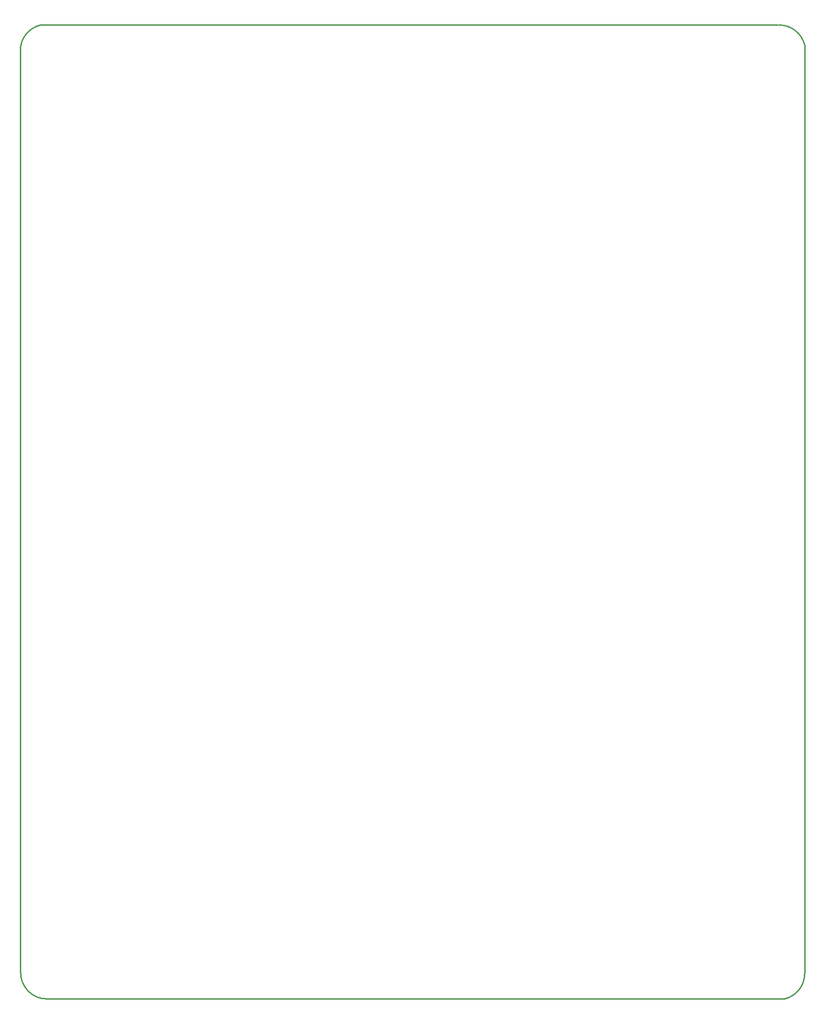
<source format=gbp>
G04*
G04 #@! TF.GenerationSoftware,Altium Limited,Altium Designer,22.6.1 (34)*
G04*
G04 Layer_Color=128*
%FSLAX25Y25*%
%MOIN*%
G70*
G04*
G04 #@! TF.SameCoordinates,0C23EDBF-805D-421A-8D3F-8ECBED75DDC4*
G04*
G04*
G04 #@! TF.FilePolarity,Positive*
G04*
G01*
G75*
%ADD14C,0.01000*%
D14*
X580000Y705000D02*
G03*
X560826Y720000I-18924J-4435D01*
G01*
X227Y19994D02*
G03*
X20000Y0I19429J-560D01*
G01*
X15000Y720000D02*
G03*
X28Y700002I4435J-18924D01*
G01*
X565000Y0D02*
G03*
X580000Y19174I-4435J18924D01*
G01*
X580000Y705000D02*
X580000Y18924D01*
X35000Y720000D02*
X560000Y720000D01*
X15000Y720000D02*
X35000D01*
X-0Y700000D02*
X0Y20000D01*
X20000Y-0D02*
X565000Y-0D01*
M02*

</source>
